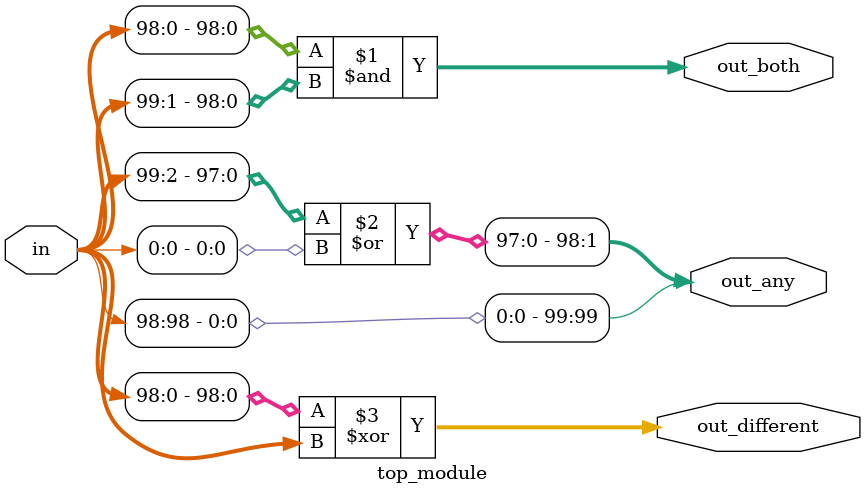
<source format=sv>
module top_module (
    input [99:0] in,
    output [98:0] out_both,
    output [99:1] out_any,
    output [99:0] out_different
);

    assign out_both = in[98:0] & in[99:1];
    
    assign out_any = {in[98], in[99:2] | in[0]};
    
    assign out_different = in[98:0] ^ {in[99], in[98:0]};

endmodule

</source>
